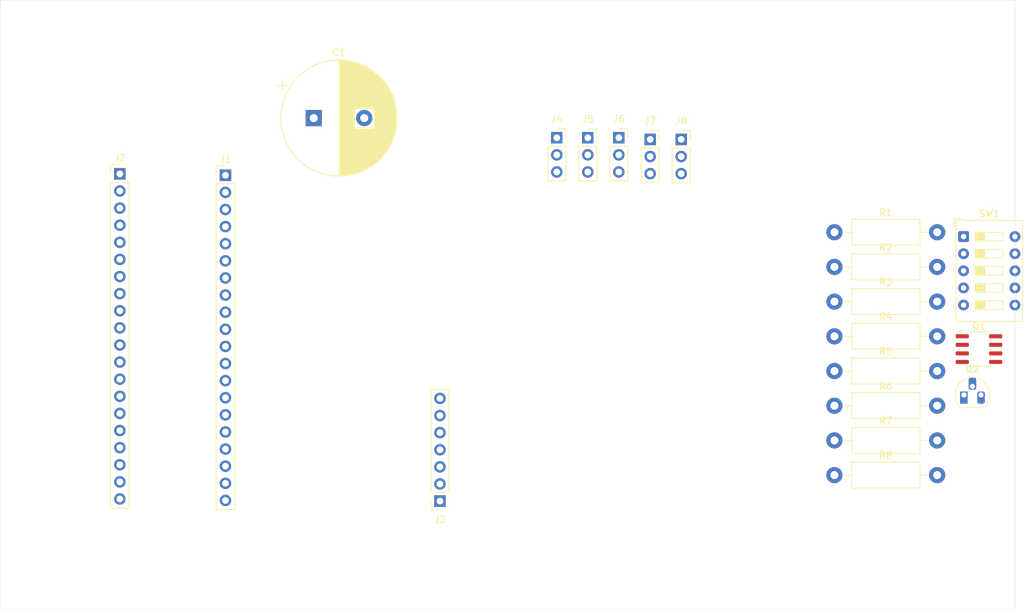
<source format=kicad_pcb>
(kicad_pcb (version 20241229) (generator "pcbnew") (generator_version "9.0")
  (layers (0 "F.Cu" signal) (2 "B.Cu" signal) (13 "F.Paste" user) (15 "B.Paste" user) (5 "F.SilkS" user "F.Silkscreen") (7 "B.SilkS" user "B.Silkscreen") (1 "F.Mask" user) (3 "B.Mask" user) (25 "Edge.Cuts" user))
  (net 0 "")
  (net 6 "GND")
  (net 12 "+5V")
  (net 13 "PB_1")
  (net 17 "+3.3V")
  (net 21 "PA_0")
  (net 22 "PB_0")
  (net 23 "PA_2")
  (net 24 "PA_6")
  (net 25 "VCC_RTC")
  (net 26 "PA_4")
  (net 27 "PA_5")
  (net 28 "PA_1")
  (net 29 "PA_7")
  (net 30 "PC_14")
  (net 31 "PC_13")
  (net 32 "PB_10")
  (net 33 "PC_15")
  (net 34 "PB_11")
  (net 35 "PA_3")
  (net 36 "RESET")
  (net 37 "VCC_5V")
  (net 38 "Net-(Q1-G)")
  (net 39 "Net-(Q2-B)")
  (net 40 "Net-(Q2-C)")
  (net 41 "Net-(R1-Pad1)")
  (net 42 "Net-(R2-Pad1)")
  (net 45 "Net-(R3-Pad1)")
  (net 46 "Net-(R4-Pad1)")
  (net 48 "Net-(R5-Pad1)")
  (footprint "Connector_PinHeader_2.54mm:PinHeader_1x20_P2.54mm_Vertical" (layer "F.Cu") (at 103.41 54.74)
    (property "Reference" "J1" (at 0 -2.38 0) (layer "F.SilkS"))
    (property "Value" "Blue Pill - 1")
    (pad "1" thru_hole rect (at 0 0) (size 1.7 1.7) (drill 1) (layers "*.Cu" "*.Mask") (net 17 "+3.3V"))
    (pad "2" thru_hole circle (at 0 2.54) (size 1.7 1.7) (drill 1) (layers "*.Cu" "*.Mask") (net 6 "GND"))
    (pad "3" thru_hole circle (at 0 5.08) (size 1.7 1.7) (drill 1) (layers "*.Cu" "*.Mask") (net 12 "+5V"))
    (pad "4" thru_hole circle (at 0 7.62) (size 1.7 1.7) (drill 1) (layers "*.Cu" "*.Mask"))
    (pad "5" thru_hole circle (at 0 10.16) (size 1.7 1.7) (drill 1) (layers "*.Cu" "*.Mask"))
    (pad "6" thru_hole circle (at 0 12.7) (size 1.7 1.7) (drill 1) (layers "*.Cu" "*.Mask"))
    (pad "7" thru_hole circle (at 0 15.24) (size 1.7 1.7) (drill 1) (layers "*.Cu" "*.Mask"))
    (pad "8" thru_hole circle (at 0 17.78) (size 1.7 1.7) (drill 1) (layers "*.Cu" "*.Mask"))
    (pad "9" thru_hole circle (at 0 20.32) (size 1.7 1.7) (drill 1) (layers "*.Cu" "*.Mask"))
    (pad "10" thru_hole circle (at 0 22.86) (size 1.7 1.7) (drill 1) (layers "*.Cu" "*.Mask"))
    (pad "11" thru_hole circle (at 0 25.4) (size 1.7 1.7) (drill 1) (layers "*.Cu" "*.Mask"))
    (pad "12" thru_hole circle (at 0 27.94) (size 1.7 1.7) (drill 1) (layers "*.Cu" "*.Mask"))
    (pad "13" thru_hole circle (at 0 30.48) (size 1.7 1.7) (drill 1) (layers "*.Cu" "*.Mask"))
    (pad "14" thru_hole circle (at 0 33.02) (size 1.7 1.7) (drill 1) (layers "*.Cu" "*.Mask"))
    (pad "15" thru_hole circle (at 0 35.56) (size 1.7 1.7) (drill 1) (layers "*.Cu" "*.Mask"))
    (pad "16" thru_hole circle (at 0 38.1) (size 1.7 1.7) (drill 1) (layers "*.Cu" "*.Mask"))
    (pad "17" thru_hole circle (at 0 40.64) (size 1.7 1.7) (drill 1) (layers "*.Cu" "*.Mask"))
    (pad "18" thru_hole circle (at 0 43.18) (size 1.7 1.7) (drill 1) (layers "*.Cu" "*.Mask"))
    (pad "19" thru_hole circle (at 0 45.72) (size 1.7 1.7) (drill 1) (layers "*.Cu" "*.Mask"))
    (pad "20" thru_hole circle (at 0 48.26) (size 1.7 1.7) (drill 1) (layers "*.Cu" "*.Mask") (net 13 "PB_1"))
  )
  (footprint "Connector_PinSocket_2.54mm:PinSocket_1x03_P2.54mm_Vertical" (layer "F.Cu") (at 166.4 49.42)
    (property "Reference" "J7" (at 0 -2.77 0) (layer "F.SilkS"))
    (property "Value" "MQ-02")
    (pad "1" thru_hole rect (at 0 0) (size 1.7 1.7) (drill 1) (layers "*.Cu" "*.Mask") (net 37 "VCC_5V"))
    (pad "2" thru_hole circle (at 0 2.54) (size 1.7 1.7) (drill 1) (layers "*.Cu" "*.Mask"))
    (pad "3" thru_hole circle (at 0 5.08) (size 1.7 1.7) (drill 1) (layers "*.Cu" "*.Mask") (net 6 "GND"))
  )
  (footprint "Connector_PinSocket_2.54mm:PinSocket_1x03_P2.54mm_Vertical" (layer "F.Cu") (at 157.15 49.17)
    (property "Reference" "J5" (at 0 -2.77 0) (layer "F.SilkS"))
    (property "Value" "DHT11")
    (pad "1" thru_hole rect (at 0 0) (size 1.7 1.7) (drill 1) (layers "*.Cu" "*.Mask") (net 37 "VCC_5V"))
    (pad "2" thru_hole circle (at 0 2.54) (size 1.7 1.7) (drill 1) (layers "*.Cu" "*.Mask"))
    (pad "3" thru_hole circle (at 0 5.08) (size 1.7 1.7) (drill 1) (layers "*.Cu" "*.Mask") (net 6 "GND"))
  )
  (footprint "Connector_PinSocket_2.54mm:PinSocket_1x07_P2.54mm_Vertical" (layer "F.Cu") (at 135.225 103.1 180)
    (property "Reference" "J3" (at 0 -2.77 0) (layer "F.SilkS"))
    (property "Value" "SIM800L")
    (pad "1" thru_hole rect (at 0 0 180) (size 1.7 1.7) (drill 1) (layers "*.Cu" "*.Mask") (net 37 "VCC_5V"))
    (pad "2" thru_hole circle (at 0 2.54 180) (size 1.7 1.7) (drill 1) (layers "*.Cu" "*.Mask") (net 6 "GND"))
    (pad "3" thru_hole circle (at 0 5.08 180) (size 1.7 1.7) (drill 1) (layers "*.Cu" "*.Mask") (net 37 "VCC_5V"))
    (pad "4" thru_hole circle (at 0 7.62 180) (size 1.7 1.7) (drill 1) (layers "*.Cu" "*.Mask"))
    (pad "5" thru_hole circle (at 0 10.16 180) (size 1.7 1.7) (drill 1) (layers "*.Cu" "*.Mask"))
    (pad "6" thru_hole circle (at 0 12.7 180) (size 1.7 1.7) (drill 1) (layers "*.Cu" "*.Mask") (net 6 "GND"))
    (pad "7" thru_hole circle (at 0 15.24 180) (size 1.7 1.7) (drill 1) (layers "*.Cu" "*.Mask"))
  )
  (footprint "Connector_PinSocket_2.54mm:PinSocket_1x03_P2.54mm_Vertical" (layer "F.Cu") (at 152.55 49.17)
    (property "Reference" "J4" (at 0 -2.77 0) (layer "F.SilkS"))
    (property "Value" "DS18B20")
    (pad "1" thru_hole rect (at 0 0) (size 1.7 1.7) (drill 1) (layers "*.Cu" "*.Mask") (net 37 "VCC_5V"))
    (pad "2" thru_hole circle (at 0 2.54) (size 1.7 1.7) (drill 1) (layers "*.Cu" "*.Mask"))
    (pad "3" thru_hole circle (at 0 5.08) (size 1.7 1.7) (drill 1) (layers "*.Cu" "*.Mask") (net 6 "GND"))
  )
  (footprint "Button_Switch_THT:SW_DIP_SPSTx05_Slide_9.78x14.88mm_W7.62mm_P2.54mm" (layer "F.Cu") (at 212.88 63.84)
    (property "Reference" "SW1" (at 3.81 -3.42 0) (layer "F.SilkS"))
    (property "Value" "SW_DIP_x05")
    (pad "1" thru_hole roundrect (at 0 0) (size 1.6 1.6) (drill 0.8) (layers "*.Cu" "*.Mask") (roundrect_rratio 0.15625) (net 41 "Net-(R1-Pad1)"))
    (pad "2" thru_hole circle (at 0 2.54) (size 1.6 1.6) (drill 0.8) (layers "*.Cu" "*.Mask") (net 42 "Net-(R2-Pad1)"))
    (pad "3" thru_hole circle (at 0 5.08) (size 1.6 1.6) (drill 0.8) (layers "*.Cu" "*.Mask") (net 45 "Net-(R3-Pad1)"))
    (pad "4" thru_hole circle (at 0 7.62) (size 1.6 1.6) (drill 0.8) (layers "*.Cu" "*.Mask") (net 46 "Net-(R4-Pad1)"))
    (pad "5" thru_hole circle (at 0 10.16) (size 1.6 1.6) (drill 0.8) (layers "*.Cu" "*.Mask") (net 48 "Net-(R5-Pad1)"))
    (pad "6" thru_hole circle (at 7.62 10.16) (size 1.6 1.6) (drill 0.8) (layers "*.Cu" "*.Mask") (net 6 "GND"))
    (pad "7" thru_hole circle (at 7.62 7.62) (size 1.6 1.6) (drill 0.8) (layers "*.Cu" "*.Mask") (net 6 "GND"))
    (pad "8" thru_hole circle (at 7.62 5.08) (size 1.6 1.6) (drill 0.8) (layers "*.Cu" "*.Mask") (net 6 "GND"))
    (pad "9" thru_hole circle (at 7.62 2.54) (size 1.6 1.6) (drill 0.8) (layers "*.Cu" "*.Mask") (net 6 "GND"))
    (pad "10" thru_hole circle (at 7.62 0) (size 1.6 1.6) (drill 0.8) (layers "*.Cu" "*.Mask") (net 6 "GND"))
  )
  (footprint "Resistor_THT:R_Axial_DIN0411_L9.9mm_D3.6mm_P15.24mm_Horizontal" (layer "F.Cu") (at 193.725 73.495)
    (property "Reference" "R3" (at 7.62 -2.92 0) (layer "F.SilkS"))
    (property "Value" "R")
    (pad "1" thru_hole circle (at 0 0) (size 2.4 2.4) (drill 1.2) (layers "*.Cu" "*.Mask") (net 45 "Net-(R3-Pad1)"))
    (pad "2" thru_hole oval (at 15.24 0) (size 2.4 2.4) (drill 1.2) (layers "*.Cu" "*.Mask") (net 17 "+3.3V"))
  )
  (footprint "Resistor_THT:R_Axial_DIN0411_L9.9mm_D3.6mm_P15.24mm_Horizontal" (layer "F.Cu") (at 193.725 94.095)
    (property "Reference" "R7" (at 7.62 -2.92 0) (layer "F.SilkS"))
    (property "Value" "R")
    (pad "1" thru_hole circle (at 0 0) (size 2.4 2.4) (drill 1.2) (layers "*.Cu" "*.Mask") (net 39 "Net-(Q2-B)"))
    (pad "2" thru_hole oval (at 15.24 0) (size 2.4 2.4) (drill 1.2) (layers "*.Cu" "*.Mask"))
  )
  (footprint "Resistor_THT:R_Axial_DIN0411_L9.9mm_D3.6mm_P15.24mm_Horizontal" (layer "F.Cu") (at 193.725 99.245)
    (property "Reference" "R8" (at 7.62 -2.92 0) (layer "F.SilkS"))
    (property "Value" "R")
    (pad "1" thru_hole circle (at 0 0) (size 2.4 2.4) (drill 1.2) (layers "*.Cu" "*.Mask") (net 38 "Net-(Q1-G)"))
    (pad "2" thru_hole oval (at 15.24 0) (size 2.4 2.4) (drill 1.2) (layers "*.Cu" "*.Mask") (net 40 "Net-(Q2-C)"))
  )
  (footprint "Resistor_THT:R_Axial_DIN0411_L9.9mm_D3.6mm_P15.24mm_Horizontal" (layer "F.Cu") (at 193.725 68.345)
    (property "Reference" "R2" (at 7.62 -2.92 0) (layer "F.SilkS"))
    (property "Value" "R")
    (pad "1" thru_hole circle (at 0 0) (size 2.4 2.4) (drill 1.2) (layers "*.Cu" "*.Mask") (net 42 "Net-(R2-Pad1)"))
    (pad "2" thru_hole oval (at 15.24 0) (size 2.4 2.4) (drill 1.2) (layers "*.Cu" "*.Mask") (net 17 "+3.3V"))
  )
  (footprint "Connector_PinSocket_2.54mm:PinSocket_1x03_P2.54mm_Vertical" (layer "F.Cu") (at 171 49.42)
    (property "Reference" "J8" (at 0 -2.77 0) (layer "F.SilkS"))
    (property "Value" "FC-37")
    (pad "1" thru_hole rect (at 0 0) (size 1.7 1.7) (drill 1) (layers "*.Cu" "*.Mask") (net 37 "VCC_5V"))
    (pad "2" thru_hole circle (at 0 2.54) (size 1.7 1.7) (drill 1) (layers "*.Cu" "*.Mask"))
    (pad "3" thru_hole circle (at 0 5.08) (size 1.7 1.7) (drill 1) (layers "*.Cu" "*.Mask") (net 6 "GND"))
  )
  (footprint "Capacitor_THT:CP_Radial_D17.0mm_P7.50mm" (layer "F.Cu") (at 116.5 46.25)
    (property "Reference" "C1" (at 3.75 -9.75 0) (layer "F.SilkS"))
    (property "Value" "C_Polarized")
    (pad "1" thru_hole rect (at 0 0) (size 2.4 2.4) (drill 1.2) (layers "*.Cu" "*.Mask") (net 12 "+5V"))
    (pad "2" thru_hole circle (at 7.5 0) (size 2.4 2.4) (drill 1.2) (layers "*.Cu" "*.Mask") (net 6 "GND"))
  )
  (footprint "Resistor_THT:R_Axial_DIN0411_L9.9mm_D3.6mm_P15.24mm_Horizontal" (layer "F.Cu") (at 193.725 63.195)
    (property "Reference" "R1" (at 7.62 -2.92 0) (layer "F.SilkS"))
    (property "Value" "R")
    (pad "1" thru_hole circle (at 0 0) (size 2.4 2.4) (drill 1.2) (layers "*.Cu" "*.Mask") (net 41 "Net-(R1-Pad1)"))
    (pad "2" thru_hole oval (at 15.24 0) (size 2.4 2.4) (drill 1.2) (layers "*.Cu" "*.Mask") (net 17 "+3.3V"))
  )
  (footprint "Resistor_THT:R_Axial_DIN0411_L9.9mm_D3.6mm_P15.24mm_Horizontal" (layer "F.Cu") (at 193.725 78.645)
    (property "Reference" "R4" (at 7.62 -2.92 0) (layer "F.SilkS"))
    (property "Value" "R")
    (pad "1" thru_hole circle (at 0 0) (size 2.4 2.4) (drill 1.2) (layers "*.Cu" "*.Mask") (net 46 "Net-(R4-Pad1)"))
    (pad "2" thru_hole oval (at 15.24 0) (size 2.4 2.4) (drill 1.2) (layers "*.Cu" "*.Mask") (net 17 "+3.3V"))
  )
  (footprint "Package_TO_SOT_THT:TO-92L_HandSolder" (layer "F.Cu") (at 212.925 87.345)
    (property "Reference" "Q2" (at 1.27 -3.8 0) (layer "F.SilkS"))
    (property "Value" "2N3904")
    (pad "1" thru_hole rect (at 0 0) (size 1.1 1.8) (drill 0.75 (offset 0 0.4)) (layers "*.Cu" "*.Mask") (net 6 "GND"))
    (pad "2" thru_hole roundrect (at 1.27 -1.27) (size 1.1 1.8) (drill 0.75 (offset 0 -0.4)) (layers "*.Cu" "*.Mask") (net 39 "Net-(Q2-B)"))
    (pad "3" thru_hole roundrect (at 2.54 0) (size 1.1 1.8) (drill 0.75 (offset 0 0.4)) (layers "*.Cu" "*.Mask") (net 40 "Net-(Q2-C)"))
  )
  (footprint "Connector_PinSocket_2.54mm:PinSocket_1x03_P2.54mm_Vertical" (layer "F.Cu") (at 161.75 49.17)
    (property "Reference" "J6" (at 0 -2.77 0) (layer "F.SilkS"))
    (property "Value" "FC-28")
    (pad "1" thru_hole rect (at 0 0) (size 1.7 1.7) (drill 1) (layers "*.Cu" "*.Mask") (net 37 "VCC_5V"))
    (pad "2" thru_hole circle (at 0 2.54) (size 1.7 1.7) (drill 1) (layers "*.Cu" "*.Mask"))
    (pad "3" thru_hole circle (at 0 5.08) (size 1.7 1.7) (drill 1) (layers "*.Cu" "*.Mask") (net 6 "GND"))
  )
  (footprint "Connector_PinHeader_2.54mm:PinHeader_1x20_P2.54mm_Vertical" (layer "F.Cu") (at 87.75 54.53)
    (property "Reference" "J2" (at 0 -2.38 0) (layer "F.SilkS"))
    (property "Value" "Blue Pill - 2")
    (pad "1" thru_hole rect (at 0 0) (size 1.7 1.7) (drill 1) (layers "*.Cu" "*.Mask") (net 25 "VCC_RTC"))
    (pad "2" thru_hole circle (at 0 2.54) (size 1.7 1.7) (drill 1) (layers "*.Cu" "*.Mask") (net 31 "PC_13"))
    (pad "3" thru_hole circle (at 0 5.08) (size 1.7 1.7) (drill 1) (layers "*.Cu" "*.Mask") (net 30 "PC_14"))
    (pad "4" thru_hole circle (at 0 7.62) (size 1.7 1.7) (drill 1) (layers "*.Cu" "*.Mask") (net 33 "PC_15"))
    (pad "5" thru_hole circle (at 0 10.16) (size 1.7 1.7) (drill 1) (layers "*.Cu" "*.Mask") (net 21 "PA_0"))
    (pad "6" thru_hole circle (at 0 12.7) (size 1.7 1.7) (drill 1) (layers "*.Cu" "*.Mask") (net 28 "PA_1"))
    (pad "7" thru_hole circle (at 0 15.24) (size 1.7 1.7) (drill 1) (layers "*.Cu" "*.Mask") (net 23 "PA_2"))
    (pad "8" thru_hole circle (at 0 17.78) (size 1.7 1.7) (drill 1) (layers "*.Cu" "*.Mask") (net 35 "PA_3"))
    (pad "9" thru_hole circle (at 0 20.32) (size 1.7 1.7) (drill 1) (layers "*.Cu" "*.Mask") (net 26 "PA_4"))
    (pad "10" thru_hole circle (at 0 22.86) (size 1.7 1.7) (drill 1) (layers "*.Cu" "*.Mask") (net 27 "PA_5"))
    (pad "11" thru_hole circle (at 0 25.4) (size 1.7 1.7) (drill 1) (layers "*.Cu" "*.Mask") (net 24 "PA_6"))
    (pad "12" thru_hole circle (at 0 27.94) (size 1.7 1.7) (drill 1) (layers "*.Cu" "*.Mask") (net 29 "PA_7"))
    (pad "13" thru_hole circle (at 0 30.48) (size 1.7 1.7) (drill 1) (layers "*.Cu" "*.Mask") (net 22 "PB_0"))
    (pad "14" thru_hole circle (at 0 33.02) (size 1.7 1.7) (drill 1) (layers "*.Cu" "*.Mask") (net 13 "PB_1"))
    (pad "15" thru_hole circle (at 0 35.56) (size 1.7 1.7) (drill 1) (layers "*.Cu" "*.Mask") (net 32 "PB_10"))
    (pad "16" thru_hole circle (at 0 38.1) (size 1.7 1.7) (drill 1) (layers "*.Cu" "*.Mask") (net 34 "PB_11"))
    (pad "17" thru_hole circle (at 0 40.64) (size 1.7 1.7) (drill 1) (layers "*.Cu" "*.Mask") (net 36 "RESET"))
    (pad "18" thru_hole circle (at 0 43.18) (size 1.7 1.7) (drill 1) (layers "*.Cu" "*.Mask") (net 17 "+3.3V"))
    (pad "19" thru_hole circle (at 0 45.72) (size 1.7 1.7) (drill 1) (layers "*.Cu" "*.Mask") (net 6 "GND"))
    (pad "20" thru_hole circle (at 0 48.26) (size 1.7 1.7) (drill 1) (layers "*.Cu" "*.Mask") (net 6 "GND"))
  )
  (footprint "Resistor_THT:R_Axial_DIN0411_L9.9mm_D3.6mm_P15.24mm_Horizontal" (layer "F.Cu") (at 193.725 88.945)
    (property "Reference" "R6" (at 7.62 -2.92 0) (layer "F.SilkS"))
    (property "Value" "R")
    (pad "1" thru_hole circle (at 0 0) (size 2.4 2.4) (drill 1.2) (layers "*.Cu" "*.Mask") (net 40 "Net-(Q2-C)"))
    (pad "2" thru_hole oval (at 15.24 0) (size 2.4 2.4) (drill 1.2) (layers "*.Cu" "*.Mask") (net 12 "+5V"))
  )
  (footprint "Package_SO:SOIC-8_3.9x4.9mm_P1.27mm" (layer "F.Cu") (at 215.165 80.545)
    (property "Reference" "Q1" (at 0 -3.4 0) (layer "F.SilkS"))
    (property "Value" "FDS9435A")
    (pad "1" smd roundrect (at -2.475 -1.905) (size 1.95 0.6) (layers "F.Cu" "F.Mask" "F.Paste") (net 37 "VCC_5V"))
    (pad "2" smd roundrect (at -2.475 -0.635) (size 1.95 0.6) (layers "F.Cu" "F.Mask" "F.Paste") (net 37 "VCC_5V"))
    (pad "3" smd roundrect (at -2.475 0.635) (size 1.95 0.6) (layers "F.Cu" "F.Mask" "F.Paste") (net 37 "VCC_5V"))
    (pad "4" smd roundrect (at -2.475 1.905) (size 1.95 0.6) (layers "F.Cu" "F.Mask" "F.Paste") (net 38 "Net-(Q1-G)"))
    (pad "5" smd roundrect (at 2.475 1.905) (size 1.95 0.6) (layers "F.Cu" "F.Mask" "F.Paste") (net 12 "+5V"))
    (pad "6" smd roundrect (at 2.475 0.635) (size 1.95 0.6) (layers "F.Cu" "F.Mask" "F.Paste") (net 12 "+5V"))
    (pad "7" smd roundrect (at 2.475 -0.635) (size 1.95 0.6) (layers "F.Cu" "F.Mask" "F.Paste") (net 12 "+5V"))
    (pad "8" smd roundrect (at 2.475 -1.905) (size 1.95 0.6) (layers "F.Cu" "F.Mask" "F.Paste") (net 12 "+5V"))
  )
  (footprint "Resistor_THT:R_Axial_DIN0411_L9.9mm_D3.6mm_P15.24mm_Horizontal" (layer "F.Cu") (at 193.725 83.795)
    (property "Reference" "R5" (at 7.62 -2.92 0) (layer "F.SilkS"))
    (property "Value" "R")
    (pad "1" thru_hole circle (at 0 0) (size 2.4 2.4) (drill 1.2) (layers "*.Cu" "*.Mask") (net 48 "Net-(R5-Pad1)"))
    (pad "2" thru_hole oval (at 15.24 0) (size 2.4 2.4) (drill 1.2) (layers "*.Cu" "*.Mask") (net 17 "+3.3V"))
  )
  (gr_rect (start 70 28.75) (end 220.5 119.25) (stroke (width 0.05)) (fill no) (layer "Edge.Cuts"))
)
</source>
